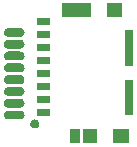
<source format=gts>
G04 #@! TF.GenerationSoftware,KiCad,Pcbnew,(5.1.5)-3*
G04 #@! TF.CreationDate,2019-12-29T19:45:59-08:00*
G04 #@! TF.ProjectId,teensy40-sd-adapter,7465656e-7379-4343-902d-73642d616461,rev?*
G04 #@! TF.SameCoordinates,Original*
G04 #@! TF.FileFunction,Soldermask,Top*
G04 #@! TF.FilePolarity,Negative*
%FSLAX46Y46*%
G04 Gerber Fmt 4.6, Leading zero omitted, Abs format (unit mm)*
G04 Created by KiCad (PCBNEW (5.1.5)-3) date 2019-12-29 19:45:59*
%MOMM*%
%LPD*%
G04 APERTURE LIST*
%ADD10C,0.100000*%
G04 APERTURE END LIST*
D10*
G36*
X131370800Y-101100800D02*
G01*
X130489200Y-101100800D01*
X130489200Y-99949200D01*
X131370800Y-99949200D01*
X131370800Y-101100800D01*
G37*
G36*
X135460800Y-101100800D02*
G01*
X134159200Y-101100800D01*
X134159200Y-99949200D01*
X135460800Y-99949200D01*
X135460800Y-101100800D01*
G37*
G36*
X132790800Y-101100800D02*
G01*
X131609200Y-101100800D01*
X131609200Y-99949200D01*
X132790800Y-99949200D01*
X132790800Y-101100800D01*
G37*
G36*
X127610842Y-99134603D02*
G01*
X127679998Y-99163248D01*
X127742236Y-99204834D01*
X127795166Y-99257764D01*
X127836752Y-99320002D01*
X127865397Y-99389158D01*
X127880000Y-99462573D01*
X127880000Y-99537427D01*
X127865397Y-99610842D01*
X127836752Y-99679998D01*
X127795166Y-99742236D01*
X127742236Y-99795166D01*
X127679998Y-99836752D01*
X127610842Y-99865397D01*
X127537427Y-99880000D01*
X127462573Y-99880000D01*
X127389158Y-99865397D01*
X127320002Y-99836752D01*
X127257764Y-99795166D01*
X127204834Y-99742236D01*
X127163248Y-99679998D01*
X127134603Y-99610842D01*
X127120000Y-99537427D01*
X127120000Y-99462573D01*
X127134603Y-99389158D01*
X127163248Y-99320002D01*
X127204834Y-99257764D01*
X127257764Y-99204834D01*
X127320002Y-99163248D01*
X127389158Y-99134603D01*
X127462573Y-99120000D01*
X127537427Y-99120000D01*
X127610842Y-99134603D01*
G37*
G36*
X126331315Y-98366421D02*
G01*
X126401812Y-98387806D01*
X126466783Y-98422534D01*
X126523731Y-98469269D01*
X126570466Y-98526217D01*
X126605194Y-98591188D01*
X126626579Y-98661685D01*
X126633800Y-98735000D01*
X126633800Y-98735002D01*
X126626579Y-98808317D01*
X126605194Y-98878814D01*
X126570466Y-98943785D01*
X126523731Y-99000733D01*
X126466783Y-99047468D01*
X126401812Y-99082196D01*
X126331315Y-99103581D01*
X126258000Y-99110802D01*
X125258000Y-99110802D01*
X125184685Y-99103581D01*
X125114188Y-99082196D01*
X125049217Y-99047468D01*
X124992269Y-99000733D01*
X124945534Y-98943785D01*
X124910806Y-98878814D01*
X124889421Y-98808317D01*
X124882200Y-98735002D01*
X124882200Y-98735000D01*
X124889421Y-98661685D01*
X124910806Y-98591188D01*
X124945534Y-98526217D01*
X124992269Y-98469269D01*
X125049217Y-98422534D01*
X125114188Y-98387806D01*
X125184685Y-98366421D01*
X125258000Y-98359200D01*
X126258000Y-98359200D01*
X126331315Y-98366421D01*
G37*
G36*
X128800800Y-98800800D02*
G01*
X127699200Y-98800800D01*
X127699200Y-98199200D01*
X128800800Y-98199200D01*
X128800800Y-98800800D01*
G37*
G36*
X135810800Y-98745800D02*
G01*
X135159200Y-98745800D01*
X135159200Y-95734200D01*
X135810800Y-95734200D01*
X135810800Y-98745800D01*
G37*
G36*
X126331315Y-97366421D02*
G01*
X126401812Y-97387806D01*
X126466783Y-97422534D01*
X126523731Y-97469269D01*
X126570466Y-97526217D01*
X126605194Y-97591188D01*
X126626579Y-97661685D01*
X126633800Y-97735000D01*
X126633800Y-97735002D01*
X126626579Y-97808317D01*
X126605194Y-97878814D01*
X126570466Y-97943785D01*
X126523731Y-98000733D01*
X126466783Y-98047468D01*
X126401812Y-98082196D01*
X126331315Y-98103581D01*
X126258000Y-98110802D01*
X125258000Y-98110802D01*
X125184685Y-98103581D01*
X125114188Y-98082196D01*
X125049217Y-98047468D01*
X124992269Y-98000733D01*
X124945534Y-97943785D01*
X124910806Y-97878814D01*
X124889421Y-97808317D01*
X124882200Y-97735002D01*
X124882200Y-97735000D01*
X124889421Y-97661685D01*
X124910806Y-97591188D01*
X124945534Y-97526217D01*
X124992269Y-97469269D01*
X125049217Y-97422534D01*
X125114188Y-97387806D01*
X125184685Y-97366421D01*
X125258000Y-97359200D01*
X126258000Y-97359200D01*
X126331315Y-97366421D01*
G37*
G36*
X128800800Y-97700800D02*
G01*
X127699200Y-97700800D01*
X127699200Y-97099200D01*
X128800800Y-97099200D01*
X128800800Y-97700800D01*
G37*
G36*
X126331315Y-96366421D02*
G01*
X126401812Y-96387806D01*
X126466783Y-96422534D01*
X126523731Y-96469269D01*
X126570466Y-96526217D01*
X126605194Y-96591188D01*
X126626579Y-96661685D01*
X126633800Y-96735000D01*
X126633800Y-96735002D01*
X126626579Y-96808317D01*
X126605194Y-96878814D01*
X126570466Y-96943785D01*
X126523731Y-97000733D01*
X126466783Y-97047468D01*
X126401812Y-97082196D01*
X126331315Y-97103581D01*
X126258000Y-97110802D01*
X125258000Y-97110802D01*
X125184685Y-97103581D01*
X125114188Y-97082196D01*
X125049217Y-97047468D01*
X124992269Y-97000733D01*
X124945534Y-96943785D01*
X124910806Y-96878814D01*
X124889421Y-96808317D01*
X124882200Y-96735002D01*
X124882200Y-96735000D01*
X124889421Y-96661685D01*
X124910806Y-96591188D01*
X124945534Y-96526217D01*
X124992269Y-96469269D01*
X125049217Y-96422534D01*
X125114188Y-96387806D01*
X125184685Y-96366421D01*
X125258000Y-96359200D01*
X126258000Y-96359200D01*
X126331315Y-96366421D01*
G37*
G36*
X128800800Y-96600800D02*
G01*
X127699200Y-96600800D01*
X127699200Y-95999200D01*
X128800800Y-95999200D01*
X128800800Y-96600800D01*
G37*
G36*
X126331315Y-95366421D02*
G01*
X126401812Y-95387806D01*
X126466783Y-95422534D01*
X126523731Y-95469269D01*
X126570466Y-95526217D01*
X126605194Y-95591188D01*
X126626579Y-95661685D01*
X126633800Y-95735000D01*
X126633800Y-95735002D01*
X126626579Y-95808317D01*
X126605194Y-95878814D01*
X126570466Y-95943785D01*
X126523731Y-96000733D01*
X126466783Y-96047468D01*
X126401812Y-96082196D01*
X126331315Y-96103581D01*
X126258000Y-96110802D01*
X125258000Y-96110802D01*
X125184685Y-96103581D01*
X125114188Y-96082196D01*
X125049217Y-96047468D01*
X124992269Y-96000733D01*
X124945534Y-95943785D01*
X124910806Y-95878814D01*
X124889421Y-95808317D01*
X124882200Y-95735002D01*
X124882200Y-95735000D01*
X124889421Y-95661685D01*
X124910806Y-95591188D01*
X124945534Y-95526217D01*
X124992269Y-95469269D01*
X125049217Y-95422534D01*
X125114188Y-95387806D01*
X125184685Y-95366421D01*
X125258000Y-95359200D01*
X126258000Y-95359200D01*
X126331315Y-95366421D01*
G37*
G36*
X128800800Y-95500800D02*
G01*
X127699200Y-95500800D01*
X127699200Y-94899200D01*
X128800800Y-94899200D01*
X128800800Y-95500800D01*
G37*
G36*
X126331315Y-94366421D02*
G01*
X126401812Y-94387806D01*
X126466783Y-94422534D01*
X126523731Y-94469269D01*
X126570466Y-94526217D01*
X126605194Y-94591188D01*
X126626579Y-94661685D01*
X126633800Y-94735000D01*
X126633800Y-94735002D01*
X126626579Y-94808317D01*
X126605194Y-94878814D01*
X126570466Y-94943785D01*
X126523731Y-95000733D01*
X126466783Y-95047468D01*
X126401812Y-95082196D01*
X126331315Y-95103581D01*
X126258000Y-95110802D01*
X125258000Y-95110802D01*
X125184685Y-95103581D01*
X125114188Y-95082196D01*
X125049217Y-95047468D01*
X124992269Y-95000733D01*
X124945534Y-94943785D01*
X124910806Y-94878814D01*
X124889421Y-94808317D01*
X124882200Y-94735002D01*
X124882200Y-94735000D01*
X124889421Y-94661685D01*
X124910806Y-94591188D01*
X124945534Y-94526217D01*
X124992269Y-94469269D01*
X125049217Y-94422534D01*
X125114188Y-94387806D01*
X125184685Y-94366421D01*
X125258000Y-94359200D01*
X126258000Y-94359200D01*
X126331315Y-94366421D01*
G37*
G36*
X135810800Y-94555800D02*
G01*
X135159200Y-94555800D01*
X135159200Y-91544200D01*
X135810800Y-91544200D01*
X135810800Y-94555800D01*
G37*
G36*
X128800800Y-94400800D02*
G01*
X127699200Y-94400800D01*
X127699200Y-93799200D01*
X128800800Y-93799200D01*
X128800800Y-94400800D01*
G37*
G36*
X126331315Y-93366421D02*
G01*
X126401812Y-93387806D01*
X126466783Y-93422534D01*
X126523731Y-93469269D01*
X126570466Y-93526217D01*
X126605194Y-93591188D01*
X126626579Y-93661685D01*
X126633800Y-93735000D01*
X126633800Y-93735002D01*
X126626579Y-93808317D01*
X126605194Y-93878814D01*
X126570466Y-93943785D01*
X126523731Y-94000733D01*
X126466783Y-94047468D01*
X126401812Y-94082196D01*
X126331315Y-94103581D01*
X126258000Y-94110802D01*
X125258000Y-94110802D01*
X125184685Y-94103581D01*
X125114188Y-94082196D01*
X125049217Y-94047468D01*
X124992269Y-94000733D01*
X124945534Y-93943785D01*
X124910806Y-93878814D01*
X124889421Y-93808317D01*
X124882200Y-93735002D01*
X124882200Y-93735000D01*
X124889421Y-93661685D01*
X124910806Y-93591188D01*
X124945534Y-93526217D01*
X124992269Y-93469269D01*
X125049217Y-93422534D01*
X125114188Y-93387806D01*
X125184685Y-93366421D01*
X125258000Y-93359200D01*
X126258000Y-93359200D01*
X126331315Y-93366421D01*
G37*
G36*
X128800800Y-93300800D02*
G01*
X127699200Y-93300800D01*
X127699200Y-92699200D01*
X128800800Y-92699200D01*
X128800800Y-93300800D01*
G37*
G36*
X126331315Y-92366421D02*
G01*
X126401812Y-92387806D01*
X126466783Y-92422534D01*
X126523731Y-92469269D01*
X126570466Y-92526217D01*
X126605194Y-92591188D01*
X126626579Y-92661685D01*
X126633800Y-92735000D01*
X126633800Y-92735002D01*
X126626579Y-92808317D01*
X126605194Y-92878814D01*
X126570466Y-92943785D01*
X126523731Y-93000733D01*
X126466783Y-93047468D01*
X126401812Y-93082196D01*
X126331315Y-93103581D01*
X126258000Y-93110802D01*
X125258000Y-93110802D01*
X125184685Y-93103581D01*
X125114188Y-93082196D01*
X125049217Y-93047468D01*
X124992269Y-93000733D01*
X124945534Y-92943785D01*
X124910806Y-92878814D01*
X124889421Y-92808317D01*
X124882200Y-92735002D01*
X124882200Y-92735000D01*
X124889421Y-92661685D01*
X124910806Y-92591188D01*
X124945534Y-92526217D01*
X124992269Y-92469269D01*
X125049217Y-92422534D01*
X125114188Y-92387806D01*
X125184685Y-92366421D01*
X125258000Y-92359200D01*
X126258000Y-92359200D01*
X126331315Y-92366421D01*
G37*
G36*
X128800800Y-92200800D02*
G01*
X127699200Y-92200800D01*
X127699200Y-91599200D01*
X128800800Y-91599200D01*
X128800800Y-92200800D01*
G37*
G36*
X126331315Y-91366421D02*
G01*
X126401812Y-91387806D01*
X126466783Y-91422534D01*
X126523731Y-91469269D01*
X126570466Y-91526217D01*
X126605194Y-91591188D01*
X126626579Y-91661685D01*
X126633800Y-91735000D01*
X126633800Y-91735002D01*
X126626579Y-91808317D01*
X126605194Y-91878814D01*
X126570466Y-91943785D01*
X126523731Y-92000733D01*
X126466783Y-92047468D01*
X126401812Y-92082196D01*
X126331315Y-92103581D01*
X126258000Y-92110802D01*
X125258000Y-92110802D01*
X125184685Y-92103581D01*
X125114188Y-92082196D01*
X125049217Y-92047468D01*
X124992269Y-92000733D01*
X124945534Y-91943785D01*
X124910806Y-91878814D01*
X124889421Y-91808317D01*
X124882200Y-91735002D01*
X124882200Y-91735000D01*
X124889421Y-91661685D01*
X124910806Y-91591188D01*
X124945534Y-91526217D01*
X124992269Y-91469269D01*
X125049217Y-91422534D01*
X125114188Y-91387806D01*
X125184685Y-91366421D01*
X125258000Y-91359200D01*
X126258000Y-91359200D01*
X126331315Y-91366421D01*
G37*
G36*
X128800800Y-91100800D02*
G01*
X127699200Y-91100800D01*
X127699200Y-90499200D01*
X128800800Y-90499200D01*
X128800800Y-91100800D01*
G37*
G36*
X134890800Y-90450800D02*
G01*
X133589200Y-90450800D01*
X133589200Y-89299200D01*
X134890800Y-89299200D01*
X134890800Y-90450800D01*
G37*
G36*
X132300300Y-90450800D02*
G01*
X129808700Y-90450800D01*
X129808700Y-89299200D01*
X132300300Y-89299200D01*
X132300300Y-90450800D01*
G37*
M02*

</source>
